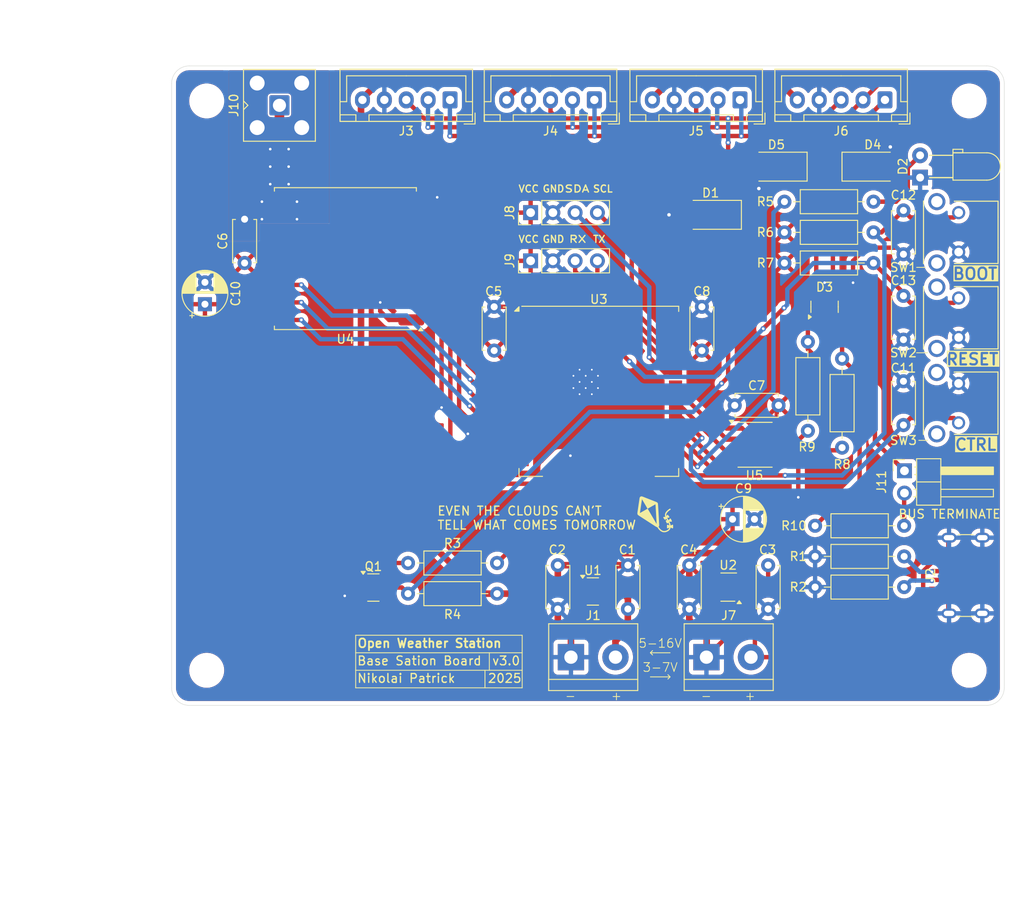
<source format=kicad_pcb>
(kicad_pcb (version 20241229) (generator "pcbnew") (generator_version "9.0")
  (layers (0 "F.Cu" signal) (2 "B.Cu" signal) (13 "F.Paste" user) (15 "B.Paste" user) (5 "F.SilkS" user "F.Silkscreen") (7 "B.SilkS" user "B.Silkscreen") (1 "F.Mask" user) (3 "B.Mask" user) (25 "Edge.Cuts" user))
  (net 0 "")
  (net 1 "+3.3V")
  (net 2 "GND")
  (net 3 "+5V")
  (net 4 "/BOOT")
  (net 5 "/ESP32_RESET")
  (net 6 "Net-(D2-A)")
  (net 7 "Net-(J2-CC1)")
  (net 8 "/SCL")
  (net 9 "/SDA")
  (net 10 "/ESP32_TX")
  (net 11 "/ESP32_RX")
  (net 12 "/LED_1")
  (net 13 "/BTN_1")
  (net 14 "/MOSI")
  (net 15 "/LORA_CS")
  (net 16 "/RS485_B")
  (net 17 "/RS485_A")
  (net 18 "Net-(J2-CC2)")
  (net 19 "/SCK")
  (net 20 "/MISO")
  (net 21 "Net-(J10-In)")
  (net 22 "Net-(J11-Pin_2)")
  (net 23 "Net-(U5-A)")
  (net 24 "/WAKEUP_EXT")
  (net 25 "Net-(U5-B)")
  (net 35 "/LORA_RESET")
  (net 38 "Net-(Q1-G)")
  (net 39 "/LORA_DIO2")
  (net 40 "/LORA_DIO1")
  (net 41 "/LORA_DIO0")
  (net 43 "/RS485_RE")
  (net 44 "/RS485_DE")
  (net 45 "/RS485_DI")
  (net 47 "/RS485_RO")
  (net 52 "/WAKEUP_IO")
  (net 53 "Net-(J1-Pin_2)")
  (footprint "Resistor_THT:R_Axial_DIN0207_L6.3mm_D2.5mm_P10.16mm_Horizontal" (layer "F.Cu") (at 140.23 75.62)
    (property "Reference" "R6")
    (property "Value" "10K")
  )
  (footprint "MountingHole:MountingHole_3.5mm" (layer "F.Cu") (at 161.31 125.62)
    (property "Reference" "H3" (hide yes))
    (property "Value" "Hole")
  )
  (footprint "Diode_SMD:D_SMA" (layer "F.Cu") (at 139.31 68.12 180)
    (property "Reference" "D5")
    (property "Value" "SMAJ5.0A")
  )
  (footprint "Capacitor_THT:C_Disc_D4.7mm_W2.5mm_P5.00mm" (layer "F.Cu") (at 138.3725 113.62 -90)
    (property "Reference" "C3")
    (property "Value" "1uF")
  )
  (footprint "Connector_JST:JST_XH_B5B-XH-A_1x05_P2.50mm_Vertical" (layer "F.Cu") (at 118.54 60.5 180)
    (property "Reference" "J4")
    (property "Value" "PORT2")
  )
  (footprint "RF_Module:ESP32-WROOM-32UE" (layer "F.Cu") (at 119.055 93.77)
    (property "Reference" "U3")
    (property "Value" "ESP32-WROOM-32UE")
  )
  (footprint "Connector_JST:JST_XH_B5B-XH-A_1x05_P2.50mm_Vertical" (layer "F.Cu") (at 151.7 60.5 180)
    (property "Reference" "J6")
    (property "Value" "PORT4")
  )
  (footprint "push_switch_90deg:SW_1-1825027-1" (layer "F.Cu") (at 160.1 95.12 90)
    (property "Reference" "SW3")
    (property "Value" "BTN_1")
  )
  (footprint "LOGO" (layer "F.Cu") (at 125.56 107.87)
    (property "Reference" "G***" (hide yes))
    (property "Value" "LOGO" (hide yes))
  )
  (footprint "Resistor_THT:R_Axial_DIN0207_L6.3mm_D2.5mm_P10.16mm_Horizontal" (layer "F.Cu") (at 140.23 79.12)
    (property "Reference" "R7")
    (property "Value" "10K")
  )
  (footprint "Resistor_THT:R_Axial_DIN0207_L6.3mm_D2.5mm_P10.16mm_Horizontal" (layer "F.Cu") (at 146.81 100.2 90)
    (property "Reference" "R8")
    (property "Value" "10R")
  )
  (footprint "Connector_JST:JST_XH_B5B-XH-A_1x05_P2.50mm_Vertical" (layer "F.Cu") (at 135.16 60.5 180)
    (property "Reference" "J5")
    (property "Value" "PORT3")
  )
  (footprint "Connector_JST:JST_XH_B5B-XH-A_1x05_P2.50mm_Vertical" (layer "F.Cu") (at 102.08 60.5 180)
    (property "Reference" "J3")
    (property "Value" "PORT1")
  )
  (footprint "RF_Module:HOPERF_RFM9XW_SMD" (layer "F.Cu") (at 90.135 78.62 180)
    (property "Reference" "U4")
    (property "Value" "~")
  )
  (footprint "Diode_SMD:D_SMA" (layer "F.Cu") (at 150.31 68.12)
    (property "Reference" "D4")
    (property "Value" "SMAJ5.0A")
  )
  (footprint "Package_TO_SOT_SMD:SOT-23-5_HandSoldering" (layer "F.Cu") (at 133.8725 116.12 180)
    (property "Reference" "U2")
    (property "Value" "STLQ015M33R")
  )
  (footprint "Resistor_THT:R_Axial_DIN0207_L6.3mm_D2.5mm_P10.16mm_Horizontal" (layer "F.Cu") (at 143.73 109.12)
    (property "Reference" "R10")
    (property "Value" "120R")
  )
  (footprint "Connector_PinHeader_2.54mm:PinHeader_1x04_P2.54mm_Vertical" (layer "F.Cu") (at 111.27 78.87 90)
    (property "Reference" "J9")
    (property "Value" "PROGRAM")
  )
  (footprint "Package_TO_SOT_SMD:SOT-23" (layer "F.Cu") (at 93.3275 116.17)
    (property "Reference" "Q1")
    (property "Value" "BSS138")
  )
  (footprint "Capacitor_THT:CP_Radial_D5.0mm_P2.50mm" (layer "F.Cu") (at 74.11 83.825113 90)
    (property "Reference" "C10")
    (property "Value" "10uF")
  )
  (footprint "MountingHole:MountingHole_3.5mm" (layer "F.Cu") (at 74.31 125.62)
    (property "Reference" "H2" (hide yes))
    (property "Value" "Hole")
  )
  (footprint "Connector_Coaxial:SMA_Amphenol_901-143_Horizontal" (layer "F.Cu") (at 82.61 61.12)
    (property "Reference" "J10")
    (property "Value" "ANTENNA")
  )
  (footprint "Resistor_THT:R_Axial_DIN0207_L6.3mm_D2.5mm_P10.16mm_Horizontal" (layer "F.Cu") (at 153.89 112.62 180)
    (property "Reference" "R1")
    (property "Value" "5K1")
  )
  (footprint "Capacitor_THT:C_Disc_D4.7mm_W2.5mm_P5.00mm" (layer "F.Cu") (at 78.635 79.12 90)
    (property "Reference" "C6")
    (property "Value" "0.1uF")
  )
  (footprint "Capacitor_THT:C_Disc_D4.7mm_W2.5mm_P5.00mm" (layer "F.Cu") (at 122.3725 118.62 90)
    (property "Reference" "C1")
    (property "Value" "1uF")
  )
  (footprint "Capacitor_THT:C_Disc_D4.7mm_W2.5mm_P5.00mm" (layer "F.Cu") (at 153.81 97.62 90)
    (property "Reference" "C11")
    (property "Value" "0.1uF")
  )
  (footprint "Capacitor_THT:C_Disc_D4.7mm_W2.5mm_P5.00mm" (layer "F.Cu") (at 153.81 82.87 -90)
    (property "Reference" "C13")
    (property "Value" "0.1uF")
  )
  (footprint "Diode_SMD:D_SMA" (layer "F.Cu") (at 131.81 73.62 180)
    (property "Reference" "D1")
    (property "Value" "SMAJ5.0A")
  )
  (footprint "Capacitor_THT:C_Disc_D4.7mm_W2.5mm_P5.00mm" (layer "F.Cu") (at 153.81 73.12 -90)
    (property "Reference" "C12")
    (property "Value" "0.1uF")
  )
  (footprint "Capacitor_THT:C_Disc_D4.7mm_W2.5mm_P5.00mm" (layer "F.Cu") (at 130.81 89.12 90)
    (property "Reference" "C8")
    (property "Value" "0.1uF")
  )
  (footprint "MountingHole:MountingHole_3.5mm" (layer "F.Cu") (at 161.31 60.62)
    (property "Reference" "H4" (hide yes))
    (property "Value" "Hole")
  )
  (footprint "Capacitor_THT:C_Disc_D4.7mm_W2.5mm_P5.00mm" (layer "F.Cu") (at 114.3725 113.62 -90)
    (property "Reference" "C2")
    (property "Value" "1uF")
  )
  (footprint "Resistor_THT:R_Axial_DIN0207_L6.3mm_D2.5mm_P10.16mm_Horizontal" (layer "F.Cu") (at 142.905 98.275 90)
    (property "Reference" "R9")
    (property "Value" "10R")
  )
  (footprint "push_switch_90deg:SW_1-1825027-1" (layer "F.Cu") (at 160.11 75.62 90)
    (property "Reference" "SW1")
    (property "Value" "BOOT")
  )
  (footprint "Resistor_THT:R_Axial_DIN0207_L6.3mm_D2.5mm_P10.16mm_Horizontal" (layer "F.Cu") (at 107.44 116.87 180)
    (property "Reference" "R4")
    (property "Value" "10k")
  )
  (footprint "Capacitor_THT:C_Disc_D4.7mm_W2.5mm_P5.00mm" (layer "F.Cu") (at 129.3725 113.62 -90)
    (property "Reference" "C4")
    (property "Value" "1uF")
  )
  (footprint "Connector_PinHeader_2.54mm:PinHeader_1x02_P2.54mm_Horizontal" (layer "F.Cu") (at 153.925 102.845)
    (property "Reference" "J11")
    (property "Value" "RS485_TERM")
  )
  (footprint "Resistor_THT:R_Axial_DIN0207_L6.3mm_D2.5mm_P10.16mm_Horizontal" (layer "F.Cu") (at 97.28 113.37)
    (property "Reference" "R3")
    (property "Value" "100R")
  )
  (footprint "Package_TO_SOT_SMD:SOT-23" (layer "F.Cu") (at 118.3725 116.62)
    (property "Reference" "U1")
    (property "Value" "MCP1703Ax-330xxTT")
  )
  (footprint "Capacitor_THT:CP_Radial_D5.0mm_P2.50mm" (layer "F.Cu") (at 134.31 108.37)
    (property "Reference" "C9")
    (property "Value" "10uF")
  )
  (footprint "MountingHole:MountingHole_3.5mm" (layer "F.Cu") (at 74.31 60.62)
    (property "Reference" "H1" (hide yes))
    (property "Value" "Hole")
  )
  (footprint "TerminalBlock:TerminalBlock_bornier-2_P5.08mm" (layer "F.Cu") (at 115.8725 124.12)
    (property "Reference" "J1")
    (property "Value" "5-16V")
  )
  (footprint "Capacitor_THT:C_Disc_D4.7mm_W2.5mm_P5.00mm" (layer "F.Cu") (at 107.11 89.12 90)
    (property "Reference" "C5")
    (property "Value" "0.1uF")
  )
  (footprint "TerminalBlock:TerminalBlock_bornier-2_P5.08mm" (layer "F.Cu") (at 131.3325 124.12)
    (property "Reference" "J7")
    (property "Value" "3.3-5V")
  )
  (footprint "Connector_USB:USB_C_Receptacle_GCT_USB4125-xx-x-0190_6P_TopMnt_Horizontal" (layer "F.Cu") (at 162.01 114.8 90)
    (property "Reference" "J2")
    (property "Value" "USB_PWR_IN")
  )
  (footprint "Connector_PinHeader_2.54mm:PinHeader_1x04_P2.54mm_Vertical" (layer "F.Cu") (at 111.27 73.37 90)
    (property "Reference" "J8")
    (property "Value" "I2C")
  )
  (footprint "Capacitor_THT:C_Disc_D4.7mm_W2.5mm_P5.00mm" (layer "F.Cu") (at 139.56 95.37 180)
    (property "Reference" "C7")
    (property "Value" "0.1uF")
  )
  (footprint "Package_SO:SOIC-8_3.9x4.9mm_P1.27mm" (layer "F.Cu") (at 136.88 99.87)
    (property "Reference" "U5")
    (property "Value" "SP3072EEN-L")
  )
  (footprint "Resistor_THT:R_Axial_DIN0207_L6.3mm_D2.5mm_P10.16mm_Horizontal" (layer "F.Cu") (at 140.23 72.12)
    (property "Reference" "R5")
    (property "Value" "1K")
  )
  (footprint "Resistor_THT:R_Axial_DIN0207_L6.3mm_D2.5mm_P10.16mm_Horizontal" (layer "F.Cu") (at 153.89 116.12 180)
    (property "Reference" "R2")
    (property "Value" "5K1")
  )
  (footprint "Package_TO_SOT_SMD:SOT-23" (layer "F.Cu") (at 144.81 84.12 90)
    (property "Reference" "D3")
    (property "Value" "SM712_SOT23")
  )
  (footprint "push_switch_90deg:SW_1-1825027-1" (layer "F.Cu") (at 160.11 85.37 90)
    (property "Reference" "SW2")
    (property "Value" "RESET")
  )
  (footprint "LED_THT:LED_D3.0mm_Horizontal_O3.81mm_Z2.0mm" (layer "F.Cu") (at 155.71 69.37 90)
    (property "Reference" "D2")
    (property "Value" "LED_1")
  )
  (gr_line (start 91.31 127.62) (end 110.31 127.62) (stroke (width 0.1)) (layer "F.SilkS"))
  (gr_line (start 155.56 99.37) (end 156.56 99.37) (stroke (width 0.1)) (layer "F.SilkS"))
  (gr_line (start 124.935 123.62) (end 125.185 123.37) (stroke (width 0.1)) (layer "F.SilkS"))
  (gr_line (start 124.935 123.62) (end 125.185 123.87) (stroke (width 0.1)) (layer "F.SilkS"))
  (gr_line (start 110.31 125.62) (end 91.31 125.62) (stroke (width 0.1)) (layer "F.SilkS"))
  (gr_line (start 127.185 123.62) (end 124.935 123.62) (stroke (width 0.1)) (layer "F.SilkS"))
  (gr_line (start 155.31 89.37) (end 156.56 89.37) (stroke (width 0.1)) (layer "F.SilkS"))
  (gr_line (start 110.31 121.62) (end 91.31 121.62) (stroke (width 0.1)) (layer "F.SilkS"))
  (gr_line (start 91.31 123.62) (end 110.31 123.62) (stroke (width 0.1)) (layer "F.SilkS"))
  (gr_line (start 91.31 121.62) (end 91.31 127.62) (stroke (width 0.1)) (layer "F.SilkS"))
  (gr_line (start 155.31 79.62) (end 156.31 79.62) (stroke (width 0.1)) (layer "F.SilkS"))
  (gr_line (start 106.06 127.62) (end 106.06 125.62) (stroke (width 0.1)) (layer "F.SilkS"))
  (gr_line (start 106.56 123.62) (end 106.56 125.62) (stroke (width 0.1)) (layer "F.SilkS"))
  (gr_line (start 110.31 127.62) (end 110.31 121.62) (stroke (width 0.1)) (layer "F.SilkS"))
  (gr_line (start 127.185 126.37) (end 126.935 126.62) (stroke (width 0.1)) (layer "F.SilkS"))
  (gr_line (start 126.935 126.12) (end 127.185 126.37) (stroke (width 0.1)) (layer "F.SilkS"))
  (gr_line (start 124.935 126.37) (end 127.185 126.37) (stroke (width 0.1)) (layer "F.SilkS"))
  (gr_arc (start 165.31 127.62) (mid 164.724214 129.034214) (end 163.31 129.62) (stroke (width 0.05)) (layer "Edge.Cuts"))
  (gr_arc (start 72.31 129.62) (mid 70.895786 129.034214) (end 70.31 127.62) (stroke (width 0.05)) (layer "Edge.Cuts"))
  (gr_line (start 72.31 56.62) (end 163.31 56.62) (stroke (width 0.05)) (layer "Edge.Cuts"))
  (gr_arc (start 70.31 58.62) (mid 70.895786 57.205786) (end 72.31 56.62) (stroke (width 0.05)) (layer "Edge.Cuts"))
  (gr_line (start 163.31 129.62) (end 72.31 129.62) (stroke (width 0.05)) (layer "Edge.Cuts"))
  (gr_line (start 70.31 127.62) (end 70.31 58.62) (stroke (width 0.05)) (layer "Edge.Cuts"))
  (gr_arc (start 163.31 56.62) (mid 164.724214 57.205786) (end 165.31 58.62) (stroke (width 0.05)) (layer "Edge.Cuts"))
  (gr_line (start 165.31 58.62) (end 165.31 127.62) (stroke (width 0.05)) (layer "Edge.Cuts"))
  (gr_text "BOOT" (at 159.31 81.12 0) (layer "F.SilkS" knockout) (effects (font (size 1.3 1.3) (thickness 0.25) (bold yes)) (justify left bottom)))
  (gr_text "-" (at 131.31 129.12 0) (layer "F.SilkS") (effects (font (size 1 1) (thickness 0.1)) (justify bottom)))
  (gr_text "VCC" (at 109.81 76.87 0) (layer "F.SilkS") (effects (font (size 0.8 0.8) (thickness 0.15) (bold yes)) (justify left bottom)))
  (gr_text "GND" (at 112.56 71.12 0) (layer "F.SilkS") (effects (font (size 0.8 0.8) (thickness 0.15) (bold yes)) (justify left bottom)))
  (gr_text "2025" (at 106.31 127.12 0) (layer "F.SilkS") (effects (font (size 1 1)) (justify left bottom)))
  (gr_text "CTRL" (at 159.56 100.62 0) (layer "F.SilkS" knockout) (effects (font (size 1.3 1.3) (thickness 0.25) (bold yes)) (justify left bottom)))
  (gr_text "Nikolai Patrick" (at 91.41 127.12 0) (layer "F.SilkS") (effects (font (size 1 1)) (justify left bottom)))
  (gr_text "GND" (at 112.56 76.87 0) (layer "F.SilkS") (effects (font (size 0.8 0.8) (thickness 0.15) (bold yes)) (justify left bottom)))
  (gr_text "BUS TERMINATE" (at 159.06 108.37 0) (layer "F.SilkS") (effects (font (size 1 1)) (justify bottom)))
  (gr_text "5-16V" (at 126.06 123.12 0) (layer "F.SilkS") (effects (font (size 1 1) (thickness 0.1)) (justify bottom)))
  (gr_text "+" (at 136.31 129.12 0) (layer "F.SilkS") (effects (font (size 1 1) (thickness 0.1)) (justify bottom)))
  (gr_text "-" (at 115.81 129.12 0) (layer "F.SilkS") (effects (font (size 1 1) (thickness 0.1)) (justify bottom)))
  (gr_text "SDA" (at 115.06 71.12 0) (layer "F.SilkS") (effects (font (size 0.8 1) (thickness 0.15) (bold yes)) (justify left bottom)))
  (gr_text "SCL\n" (at 118.31 71.12 0) (layer "F.SilkS") (effects (font (size 0.8 0.8) (thickness 0.15) (bold yes)) (justify left bottom)))
  (gr_text "Base Sation Board" (at 91.41 125.12 0) (layer "F.SilkS") (effects (font (size 1 1)) (justify left bottom)))
  (gr_text "TX" (at 118.31 76.87 0) (layer "F.SilkS") (effects (font (size 0.8 0.8) (thickness 0.15) (bold yes)) (justify left bottom)))
  (gr_text "Open Weather Station" (at 91.41 123.12 0) (layer "F.SilkS") (effects (font (size 1 1) (thickness 0.2) (bold yes)) (justify left bottom)))
  (gr_text "RX" (at 115.56 76.87 0) (layer "F.SilkS") (effects (font (size 0.8 1) (thickness 0.15) (bold yes)) (justify left bottom)))
  (gr_text "VCC" (at 109.81 71.12 0) (layer "F.SilkS") (effects (font (size 0.8 0.8) (thickness 0.15) (bold yes)) (justify left bottom)))
  (gr_text "v3.0" (at 106.81 125.12 0) (layer "F.SilkS") (effects (font (size 1 1)) (justify left bottom)))
  (gr_text "3-7V" (at 126.06 125.87 0) (layer "F.SilkS") (effects (font (size 1 1) (thickness 0.1)) (justify bottom)))
  (gr_text "EVEN THE CLOUDS CAN'T\nTELL WHAT COMES TOMORROW" (at 100.56 109.62 0) (layer "F.SilkS") (effects (font (size 1 1)) (justify left bottom)))
  (gr_text "+" (at 121.06 129.12 0) (layer "F.SilkS") (effects (font (size 1 1) (thickness 0.1)) (justify bottom)))
  (gr_text "RESET" (at 158.56 90.87 0) (layer "F.SilkS" knockout) (effects (font (size 1.3 1.3) (thickness 0.25) (bold yes)) (justify left bottom)))
  (segment (start 139.355 95.575) (end 139.56 95.37) (width 0.5) (layer "F.Cu") (net 1))
  (segment (start 129.3725 115.6325) (end 129.3725 113.92) (width 0.75) (layer "F.Cu") (net 1))
  (segment (start 129.3725 113.92) (end 129.3725 113.62) (width 0.5) (layer "F.Cu") (net 1))
  (segment (start 139.355 97.965) (end 139.355 95.575) (width 0.5) (layer "F.Cu") (net 1))
  (segment (start 130.81 117.07) (end 129.3725 115.6325) (width 0.75) (layer "F.Cu") (net 1))
  (segment (start 132.5225 117.07) (end 130.81 117.07) (width 0.75) (layer "F.Cu") (net 1))
  (segment (start 134.31 108.6825) (end 134.31 108.37) (width 0.5) (layer "B.Cu") (net 1))
  (segment (start 129.3725 113.62) (end 134.31 108.6825) (width 0.5) (layer "B.Cu") (net 1))
  (segment (start 107.11 84.12) (end 109.065 84.12) (width 0.5) (layer "F.Cu") (net 2))
  (segment (start 119.06 115.67) (end 121.11 113.62) (width 0.75) (layer "F.Cu") (net 2))
  (segment (start 114.508 101.12) (end 115.81 101.12) (width 0.5) (layer "F.Cu") (net 2))
  (segment (start 141.81 105.87) (end 141.81 102.525) (width 0.5) (layer "F.Cu") (net 2))
  (segment (start 129.81 73.62) (end 127.06 73.62) (width 1) (layer "F.Cu") (net 2))
  (segment (start 129.57 85.36) (end 130.81 84.12) (width 0.5) (layer "F.Cu") (net 2))
  (segment (start 135.2225 116.12) (end 134.442501 116.12) (width 0.5) (layer "F.Cu") (net 2))
  (segment (start 149.56 77.37) (end 148.06 78.87) (width 0.5) (layer "F.Cu") (net 2))
  (segment (start 109.065 84.12) (end 110.305 85.36) (width 0.5) (layer "F.Cu") (net 2))
  (segment (start 158.93 110.56) (end 159.01 110.48) (width 0.5) (layer "F.Cu") (net 2))
  (segment (start 158.93 117.55) (end 158.93 119.04) (width 0.5) (layer "F.Cu") (net 2))
  (segment (start 153.81 78.12) (end 153.06 77.37) (width 0.5) (layer "F.Cu") (net 2))
  (segment (start 137.31 68.12) (end 137.31 70.62) (width 1) (layer "F.Cu") (net 2))
  (segment (start 127.805 85.36) (end 129.57 85.36) (width 0.5) (layer "F.Cu") (net 2))
  (segment (start 148.06 78.87) (end 148.06 81.37) (width 0.5) (layer "F.Cu") (net 2))
  (segment (start 114.3725 118.62) (end 114.3725 120.1325) (width 0.75) (layer "F.Cu") (net 2))
  (segment (start 114.3725 120.1325) (end 115.8725 121.6325) (width 0.75) (layer "F.Cu") (net 2))
  (segment (start 121.11 113.62) (end 122.3725 113.62) (width 0.75) (layer "F.Cu") (net 2))
  (segment (start 152.31 68.12) (end 152.31 65.87) (width 1) (layer "F.Cu") (net 2))
  (segment (start 97.66 85.62) (end 95.11 85.62) (width 0.5) (layer "F.Cu") (net 2))
  (segment (start 113.34 103.12) (end 113.34 102.288) (width 0.5) (layer "F.Cu") (net 2))
  (segment (start 131.36 121.87) (end 131.36 124.0925) (width 0.75) (layer "F.Cu") (net 2))
  (segment (start 158.93 119.04) (end 159.01 119.12) (width 0.5) (layer "F.Cu") (net 2))
  (segment (start 129.3725 119.8825) (end 131.36 121.87) (width 0.75) (layer "F.Cu") (net 2))
  (segment (start 133.86 116.702501) (end 133.86 121.5925) (width 0.5) (layer "F.Cu") (net 2))
  (segment (start 97.66 71.62) (end 100.61 71.62) (width 0.5) (layer "F.Cu") (net 2))
  (segment (start 133.86 121.5925) (end 131.3325 124.12) (width 0.5) (layer "F.Cu") (net 2))
  (segment (start 141.06 101.775) (end 139.355 101.775) (width 0.5) (layer "F.Cu") (net 2))
  (segment (start 144.81 83.1825) (end 144.81 81.37) (width 0.5) (layer "F.Cu") (net 2))
  (segment (start 115.8725 121.6325) (end 115.8725 124.12) (width 0.75) (layer "F.Cu") (net 2))
  (segment (start 141.81 102.525) (end 141.06 101.775) (width 0.5) (layer "F.Cu") (net 2))
  (segment (start 95.11 85.62) (end 94.11 84.62) (width 0.5) (layer "F.Cu") (net 2))
  (segment (start 113.34 102.288) (end 114.508 101.12) (width 0.5) (layer "F.Cu") (net 2))
  (segment (start 131.36 124.0925) (end 131.3325 124.12) (width 0.75) (layer "F.Cu") (net 2))
  (segment (start 94.11 84.62) (end 94.11 83.62) (width 0.5) (layer "F.Cu") (net 2))
  (segment (start 158.93 112.05) (end 158.93 110.56) (width 0.5) (layer "F.Cu") (net 2))
  (segment (start 117.435 115.67) (end 119.06 115.67) (width 0.75) (layer "F.Cu") (net 2))
  (segment (start 134.442501 116.12) (end 133.86 116.702501) (width 0.5) (layer "F.Cu") (net 2))
  (segment (start 92.39 117.12) (end 90.06 117.12) (width 0.5) (layer "F.Cu") (net 2))
  (segment (start 129.3725 118.62) (end 129.3725 119.8825) (width 0.75) (layer "F.Cu") (net 2))
  (segment (start 153.06 77.37) (end 149.56 77.37) (width 0.5) (layer "F.Cu") (net 2))
  (via (at 100.61 71.62) (size 0.6) (drill 0.3) (layers "F.Cu" "B.Cu") (net 2))
  (via (at 84.61 72.12) (size 0.6) (drill 0.3) (layers "F.Cu" "B.Cu") (net 2))
  (via (at 94.11 83.62) (size 0.6) (drill 0.3) (layers "F.Cu" "B.Cu") (net 2))
  (via (at 152.31 65.87) (size 1.2) (drill 0.4) (layers "F.Cu" "B.Cu") (net 2))
  (via (at 83.66 66.12) (size 0.6) (drill 0.3) (layers "F.Cu" "B.Cu") (net 2))
  (via (at 141.81 105.87) (size 0.6) (drill 0.3) (layers "F.Cu" "B.Cu") (net 2))
  (via (at 127.06 73.62) (size 1.2) (drill 0.4) (layers "F.Cu" "B.Cu") (net 2))
  (via (at 90.06 117.12) (size 0.6) (drill 0.3) (layers "F.Cu" "B.Cu") (net 2))
  (via (at 144.81 81.37) (size 0.6) (drill 0.3) (layers "F.Cu" "B.Cu") (net 2))
  (via (at 81.56 68.12) (size 0.6) (drill 0.3) (layers "F.Cu" "B.Cu") (net 2))
  (via (at 137.31 70.62) (size 1.2) (drill 0.4) (layers "F.Cu" "B.Cu") (net 2))
  (via (at 115.81 101.12) (size 0.6) (drill 0.3) (layers "F.Cu" "B.Cu") (net 2))
  (via (at 81.56 70.12) (size 0.6) (drill 0.3) (layers "F.Cu" "B.Cu") (net 2))
  (via (at 80.61 74.12) (size 0.6) (drill 0.3) (layers "F.Cu" "B.Cu") (net 2))
  (via (at 148.06 81.37) (size 0.6) (drill 0.3) (layers "F.Cu" "B.Cu") (net 2))
  (via (at 84.61 74.12) (size 0.6) (drill 0.3) (layers "F.Cu" "B.Cu") (net 2))
  (via (at 81.56 66.12) (size 0.6) (drill 0.3) (layers "F.Cu" "B.Cu") (net 2))
  (via (at 83.66 70.12) (size 0.6) (drill 0.3) (layers "F.Cu" "B.Cu") (net 2))
  (via (at 80.61 72.12) (size 0.6) (drill 0.3) (layers "F.Cu" "B.Cu") (net 2))
  (via (at 83.66 68.12) (size 0.6) (drill 0.3) (layers "F.Cu" "B.Cu") (net 2))
  (segment (start 136.86 116.62) (end 138.3725 115.1075) (width 0.5) (layer "F.Cu") (net 3))
  (segment (start 138.3725 115.1075) (end 138.3725 113.62) (width 0.5) (layer "F.Cu") (net 3))
  (segment (start 157.087925 113.28) (end 156.06 114.307925) (width 0.5) (layer "F.Cu") (net 3))
  (segment (start 108.54 60.5) (end 108.54 60.34) (width 0.75) (layer "F.Cu") (net 3))
  (segment (start 117.716624 113.62) (end 119.092624 112.244) (width 0.75) (layer "F.Cu") (net 3))
  (segment (start 136.86 115.87) (end 136.16 115.17) (width 0.5) (layer "F.Cu") (net 3))
  (segment (start 136.16 115.17) (end 135.2225 115.17) (width 0.5) (layer "F.Cu") (net 3))
  (segment (start 105.61 116.87) (end 91.92 103.18) (width 0.75) (layer "F.Cu") (net 3))
  (segment (start 136.86 116.87) (end 136.86 116.62) (width 0.5) (layer "F.Cu") (net 3))
  (segment (start 114.3725 113.62) (end 117.716624 113.62) (width 0.75) (layer "F.Cu") (net 3))
  (segment (start 136.86 116.87) (end 136.86 115.87) (width 0.5) (layer "F.Cu") (net 3))
  (segment (start 119.092624 112.244) (end 132.2965 112.244) (width 0.75) (layer "F.Cu") (net 3))
  (segment (start 127.13 58.37) (end 139.57 58.37) (width 0.75) (layer "F.Cu") (net 3))
  (segment (start 156.06 117.12) (end 149.06 124.12) (width 0.5) (layer "F.Cu") (net 3))
  (segment (start 91.92 60.5) (end 94.05 58.37) (width 0.75) (layer "F.Cu") (net 3))
  (segment (start 114.3725 115.1075) (end 112.61 116.87) (width 0.75) (layer "F.Cu") (net 3))
  (segment (start 136.06 117.07) (end 136.86 117.87) (width 0.5) (layer "F.Cu") (net 3))
  (segment (start 139.57 58.37) (end 141.7 60.5) (width 0.75) (layer "F.Cu") (net 3))
  (segment (start 127.13 58.37) (end 110.51 58.37) (width 0.75) (layer "F.Cu") (net 3))
  (segment (start 91.92 103.18) (end 91.92 60.5) (width 0.75) (layer "F.Cu") (net 3))
  (segment (start 127.13 58.37) (end 126.546 58.954) (width 0.75) (layer "F.Cu") (net 3))
  (segment (start 136.86 117.87) (end 136.86 116.87) (width 0.5) (layer "F.Cu") (net 3))
  (segment (start 94.05 58.37) (end 110.51 58.37) (width 0.75) (layer "F.Cu") (net 3))
  (segment (start 117.435 117.57) (end 116.735 116.87) (width 0.75) (layer "F.Cu") (net 3))
  (segment (start 114.3725 113.62) (end 114.3725 115.1075) (width 0.75) (layer "F.Cu") (net 3))
  (segment (start 136.86 123.6725) (end 136.86 117.87) (width 0.5) (layer "F.Cu") (net 3))
  (segment (start 158.93 113.28) (end 157.087925 113.28) (width 0.5) (layer "F.Cu") (net 3))
  (segment (start 116.735 116.87) (end 112.61 116.87) (width 0.75) (layer "F.Cu") (net 3))
  (segment (start 135.2225 117.07) (end 136.06 117.07) (width 0.5) (layer "F.Cu") (net 3))
  (segment (start 156.86 116.32) (end 156.06 117.12) (width 0.5) (layer "F.Cu") (net 3))
  (segment (start 136.4125 124.12) (end 136.86 123.6725) (width 0.5) (layer "F.Cu") (net 3))
  (segment (start 126.546 58.954) (end 125 60.5) (width 0.75) (layer "F.Cu") (net 3))
  (segment (start 156.06 114.307925) (end 156.06 117.12) (width 0.5) (layer "F.Cu") (net 3))
  (segment (start 112.61 116.87) (end 105.61 116.87) (width 0.75) (layer "F.Cu") (net 3))
  (segment (start 108.54 60.34) (end 110.51 58.37) (width 0.75) (layer "F.Cu") (net 3))
  (segment (start 132.2965 112.244) (end 135.2225 115.17) (width 0.75) (layer "F.Cu") (net 3))
  (segment (start 149.06 124.12) (end 136.4125 124.12) (width 0.5) (layer "F.Cu") (net 3))
  (segment (start 158.93 116.32) (end 156.86 116.32) (width 0.5) (layer "F.Cu") (net 3))
  (segment (start 140.31 103.37) (end 129.305 103.37) (width 0.5) (layer "F.Cu") (net 4))
  (segment (start 159.560001 73.919999) (end 160.11 73.37) (width 0.5) (layer "F.Cu") (net 4))
  (segment (start 151.31 75.62) (end 153.81 73.12) (width 0.5) (layer "F.Cu") (net 4))
  (segment (start 153.81 73.12) (end 154.609999 73.919999) (width 0.5) (layer "F.Cu") (net 4))
  (segment (start 154.609999 73.919999) (end 159.560001 73.919999) (width 0.5) (layer "F.Cu") (net 4))
  (segment (start 129.305 103.37) (end 127.805 101.87) (width 0.5) (layer "F.Cu") (net 4))
  (segment (start 150.39 75.62) (end 151.31 75.62) (width 0.5) (layer "F.Cu") (net 4))
  (via (at 140.31 103.37) (size 0.6) (drill 0.3) (layers "F.Cu" "B.Cu") (net 4))
  (segment (start 146.81 103.37) (end 151.641 98.539) (width 0.5) (layer "B.Cu") (net 4))
  (segment (start 151.641 98.539) (end 151.641 76.871) (width 0.5) (layer "B.Cu") (net 4))
  (segment (start 151.641 76.871) (end 150.39 75.62) (width 0.5) (layer "B.Cu") (net 4))
  (segment (start 140.31 103.37) (end 146.81 103.37) (width 0.5) (layer "B.Cu") (net 4))
  (segment (start 153.81 82.54) (end 153.81 82.87) (width 0.5) (layer "F.Cu") (net 5))
  (segment (start 120.09 87.9) (end 110.305 87.9) (width 0.5) (layer "F.Cu") (net 5))
  (segment (start 122.56 90.37) (end 120.09 87.9) (width 0.5) (layer "F.Cu") (net 5))
  (segment (start 153.81 82.87) (end 154.609999 83.669999) (width 0.5) (layer "F.Cu") (net 5))
  (segment (start 140.185 84.245) (end 137.81 86.62) (width 0.5) (layer "F.Cu") (net 5))
  (segment (start 159.560001 83.669999) (end 160.11 83.12) (width 0.5) (layer "F.Cu") (net 5))
  (segment (start 154.609999 83.669999) (end 159.560001 83.669999) (width 0.5) (layer "F.Cu") (net 5))
  (segment (start 150.39 79.12) (end 153.81 82.54) (width 0.5) (layer "F.Cu") (net 5))
  (via (at 140.185 84.245) (size 0.6) (drill 0.3) (layers "F.Cu" "B.Cu") (net 5))
  (via (at 137.81 86.62) (size 0.6) (drill 0.3) (layers "F.Cu" "B.Cu") (net 5))
  (via (at 122.56 90.37) (size 0.6) (drill 0.3) (layers "F.Cu" "B.Cu") (net 5))
  (segment (start 140.56 83.87) (end 140.56 82.12) (width 0.5) (layer "B.Cu") (net 5))
  (segment (start 132.31 92.12) (end 124.31 92.12) (width 0.5) (layer "B.Cu") (net 5))
  (segment (start 140.185 84.245) (end 140.56 83.87) (width 0.5) (layer "B.Cu") (net 5))
  (segment (start 124.31 92.12) (end 122.56 90.37) (width 0.5) (layer "B.Cu") (net 5))
  (segment (start 137.81 86.62) (end 132.31 92.12) (width 0.5) (layer "B.Cu") (net 5))
  (segment (start 143.56 79.12) (end 150.39 79.12) (width 0.5) (layer "B.Cu") (net 5))
  (segment (start 140.56 82.12) (end 143.56 79.12) (width 0.5) (layer "B.Cu") (net 5))
  (segment (start 154.31 70.77) (end 154.31 68.23) (width 0.5) (layer "F.Cu") (net 6))
  (segment (start 152.96 72.12) (end 154.31 70.77) (width 0.5) (layer "F.Cu") (net 6))
  (segment (start 150.39 72.12) (end 152.96 72.12) (width 0.5) (layer "F.Cu") (net 6))
  (segment (start 155.68 66.83) (end 155.71 66.83) (width 0.5) (layer "F.Cu") (net 6))
  (segment (start 154.31 68.23) (end 155.71 66.83) (width 0.5) (layer "F.Cu") (net 6))
  (segment (start 157.13 115.3) (end 157.06 115.37) (width 0.5) (layer "F.Cu") (net 7))
  (segment (start 158.93 115.3) (end 157.13 115.3) (width 0.5) (layer "F.Cu") (net 7))
  (via (at 157.06 115.37) (size 0.6) (drill 0.3) (layers "F.Cu" "B.Cu") (net 7))
  (segment (start 157.06 115.37) (end 154.64 115.37) (width 0.5) (layer "B.Cu") (net 7))
  (segment (start 154.64 115.37) (end 153.89 116.12) (width 0.5) (layer "B.Cu") (net 7))
  (segment (start 126.433162 87.9) (end 127.805 87.9) (width 0.5) (layer "F.Cu") (net 8))
  (segment (start 122.81 77.29) (end 122.81 84.276838) (width 0.5) (layer "F.Cu") (net 8))
  (segment (start 122.81 84.276838) (end 126.433162 87.9) (width 0.5) (layer "F.Cu") (net 8))
  (segment (start 118.89 73.37) (end 122.81 77.29) (width 0.5) (layer "F.Cu") (net 8))
  (segment (start 126.56 91.62) (end 127.715 91.62) (width 0.5) (layer "F.Cu") (net 9))
  (segment (start 124.81 89.87) (end 126.56 91.62) (width 0.5) (layer "F.Cu") (net 9))
  (segment (start 127.715 91.62) (end 127.805 91.71) (width 0.5) (layer "F.Cu") (net 9))
  (segment (start 116.35 73.37) (end 116.35 73.41) (width 0.5) (layer "F.Cu") (net 9))
  (via (at 124.81 89.87) (size 0.6) (drill 0.3) (layers "F.Cu" "B.Cu") (net 9))
  (segment (start 124.81 81.87) (end 118.06 75.12) (width 0.5) (layer "B.Cu") (net 9))
  (segment (start 124.81 89.87) (end 124.81 81.87) (width 0.5) (layer "B.Cu") (net 9))
  (segment (start 118.06 75.08) (end 116.35 73.37) (width 0.5) (layer "B.Cu") (net 9))
  (segment (start 118.06 75.12) (end 118.06 75.08) (width 0.5) (layer "B.Cu") (net 9))
  (segment (start 118.89 81.50504) (end 118.89 78.87) (width 0.5) (layer "F.Cu") (net 10))
  (segment (start 126.61 89.17) (end 126.041 88.601) (width 0.5) (layer "F.Cu") (net 10))
  (segment (start 126.041 88.601) (end 125.98596 88.601) (width 0.5) (layer "F.Cu") (net 10))
  (segment (start 127.805 89.17) (end 126.61 89.17) (width 0.5) (layer "F.Cu") (net 10))
  (segment (start 125.98596 88.601) (end 118.89 81.50504) (width 0.5) (layer "F.Cu") (net 10))
  (segment (start 116.35 80.07208) (end 126.71792 90.44) (width 0.5) (layer "F.Cu") (net 11))
  (segment (start 116.35 78.87) (end 116.35 80.07208) (width 0.5) (layer "F.Cu") (net 11))
  (segment (start 126.71792 90.44) (end 127.805 90.44) (width 0.5) (layer "F.Cu") (net 11))
  (segment (start 127.805 100.6) (end 128.54 100.6) (width 0.5) (layer "F.Cu") (net 12))
  (segment (start 128.54 100.6) (end 130.31 102.37) (width 0.5) (layer "F.Cu") (net 12))
  (via (at 130.31 102.37) (size 0.6) (drill 0.3) (layers "F.Cu" "B.Cu") (net 12))
  (segment (start 138.979 73.371) (end 140.23 72.12) (width 0.5) (layer "B.Cu") (net 12))
  (segment (start 130.31 102.37) (end 138.979 93.701) (width 0.5) (layer "B.Cu") (net 12))
  (segment (start 138.979 93.701) (end 138.979 73.371) (width 0.5) (layer "B.Cu") (net 12))
  (segment (start 127.805 96.79) (end 128.488662 96.79) (width 0.5) (layer "F.Cu") (net 13))
  (segment (start 159.550001 96.820001) (end 160.1 97.37) (width 0.5) (layer "F.Cu") (net 13))
  (segment (start 153.81 97.62) (end 154.609999 96.820001) (width 0.5) (layer "F.Cu") (net 13))
  (segment (start 154.609999 96.820001) (end 159.550001 96.820001) (width 0.5) (layer "F.Cu") (net 13))
  (segment (start 128.488662 96.79) (end 130.814331 99.115669) (width 0.5) (layer "F.Cu") (net 13))
  (via (at 130.814331 99.115669) (size 0.6) (drill 0.3) (layers "F.Cu" "B.Cu") (net 13))
  (segment (start 130.998925 104.121) (end 147.309 104.121) (width 0.5) (layer "B.Cu") (net 13))
  (segment (start 129.56 102.682075) (end 130.998925 104.121) (width 0.5) (layer "B.Cu") (net 13))
  (segment (start 147.309 104.121) (end 153.81 97.62) (width 0.5) (layer "B.Cu") (net 13))
  (segment (start 129.56 100.37) (end 129.56 102.682075) (width 0.5) (layer "B.Cu") (net 13))
  (segment (start 130.814331 99.115669) (end 129.56 100.37) (width 0.5) (layer "B.Cu") (net 13))
  (segment (start 99.61 81.62) (end 102.11 84.12) (width 0.5) (layer "F.Cu") (net 14))
  (segment (start 106.11 104.321) (end 114.241 104.321) (width 0.5) (layer "F.Cu") (net 14))
  (segment (start 114.61 103.952) (end 114.61 103.12) (width 0.5) (layer "F.Cu") (net 14))
  (segment (start 102.11 100.321) (end 106.11 104.321) (width 0.5) (layer "F.Cu") (net 14))
  (segment (start 102.11 84.12) (end 102.11 100.321) (width 0.5) (layer "F.Cu") (net 14))
  (segment (start 97.66 81.62) (end 99.61 81.62) (width 0.5) (layer "F.Cu") (net 14))
  (segment (start 114.241 104.321) (end 114.61 103.952) (width 0.5) (layer "F.Cu") (net 14))
  (segment (start 104.11 83.05977) (end 104.11 90.708182) (width 0.5) (layer "F.Cu") (net 15))
  (segment (start 97.66 77.62) (end 98.67023 77.62) (width 0.5) (layer "F.Cu") (net 15))
  (segment (start 104.11 90.708182) (end 108.921818 95.52) (width 0.5) (layer "F.Cu") (net 15))
  (segment (start 108.921818 95.52) (end 110.305 95.52) (width 0.5) (layer "F.Cu") (net 15))
  (segment (start 98.67023 77.62) (end 104.11 83.05977) (width 0.5) (layer "F.Cu") (net 15))
  (segment (start 142.905 88.115) (end 142.905 88.964) (width 0.5) (layer "F.Cu") (net 16))
  (segment (start 142.905 88.964) (end 148.81 94.869) (width 0.5) (layer "F.Cu") (net 16))
  (segment (start 135.31 64.62) (end 118.56 64.62) (width 0.5) (layer "F.Cu") (net 16))
  (segment (start 147.58 64.62) (end 145.06 64.62) (width 0.5) (layer "F.Cu") (net 16))
  (segment (start 145.06 64.62) (end 135.31 64.62) (width 0.5) (layer "F.Cu") (net 16))
  (segment (start 142.905 86.0125) (end 143.86 85.0575) (width 0.5) (layer "F.Cu") (net 16))
  (segment (start 143.86 85.0575) (end 143.86 68.12) (width 0.5) (layer "F.Cu") (net 16))
  (segment (start 147.58 64.62) (end 151.7 60.5) (width 0.5) (layer "F.Cu") (net 16))
  (segment (start 143.86 65.8) (end 145.04 64.62) (width 0.5) (layer "F.Cu") (net 16))
  (segment (start 148.81 104.04) (end 143.73 109.12) (width 0.5) (layer "F.Cu") (net 16))
  (segment (start 118.56 64.62) (end 102.06 64.62) (width 0.5) (layer "F.Cu") (net 16))
  (segment (start 148.81 94.869) (end 148.81 104.04) (width 0.5) (layer "F.Cu") (net 16))
  (segment (start 145.04 64.62) (end 145.06 64.62) (width 0.5) (layer "F.Cu") (net 16))
  (segment (start 142.905 88.115) (end 142.905 86.0125) (width 0.5) (layer "F.Cu") (net 16))
  (segment (start 141.31 68.12) (end 143.86 68.12) (width 0.5) (layer "F.Cu") (net 16))
  (segment (start 143.86 68.12) (end 143.86 65.8) (width 0.5) (layer "F.Cu") (net 16))
  (via (at 102.06 64.62) (size 0.6) (drill 0.3) (layers "F.Cu" "B.Cu") (net 16))
  (via (at 118.56 64.62) (size 0.6) (drill 0.3) (layers "F.Cu" "B.Cu") (net 16))
  (via (at 135.31 64.62) (size 0.6) (drill 0.3) (layers "F.Cu" "B.Cu") (net 16))
  (segment (start 135.31 60.65) (end 135.16 60.5) (width 0.5) (layer "B.Cu") (net 16))
  (segment (start 102.06 64.62) (end 102.06 60.52) (width 0.5) (layer "B.Cu") (net 16))
  (segment (start 118.56 60.52) (end 118.54 60.5) (width 0.5) (layer "B.Cu") (net 16))
  (segment (start 118.56 64.62) (end 118.56 60.52) (width 0.5) (layer "B.Cu") (net 16))
  (segment (start 102.06 60.52) (end 102.08 60.5) (width 0.5) (layer "B.Cu") (net 16))
  (segment (start 135.31 64.62) (end 135.31 60.65) (width 0.5) (layer "B.Cu") (net 16))
  (segment (start 145.76 85.0575) (end 145.76 68.12) (width 0.5) (layer "F.Cu") (net 17))
  (segment (start 132.56 63.62) (end 146.08 63.62) (width 0.5) (layer "F.Cu") (net 17))
  (segment (start 150.56 99.48) (end 150.56 93.79) (width 0.5) (layer "F.Cu") (net 17))
  (segment (start 146.08 63.62) (end 149.2 60.5) (width 0.5) (layer "F.Cu") (net 17))
  (segment (start 153.31 59.12) (end 152.81 58.62) (width 0.5) (layer "F.Cu") (net 17))
  (segment (start 132.56 63.62) (end 116.06 63.62) (width 0.5) (layer "F.Cu") (net 17))
  (segment (start 146.81 86.1075) (end 145.76 85.0575) (width 0.5) (layer "F.Cu") (net 17))
  (segment (start 145.76 67.17) (end 147.06 65.87) (width 0.5) (layer "F.Cu") (net 17))
  (segment (start 150.56 93.79) (end 146.81 90.04) (width 0.5) (layer "F.Cu") (net 17))
  (segment (start 149.56 65.87) (end 153.31 62.12) (width 0.5) (layer "F.Cu") (net 17))
  (segment (start 148.31 68.12) (end 145.76 68.12) (width 0.5) (layer "F.Cu") (net 17))
  (segment (start 151.04 58.62) (end 151.04 58.66) (width 0.5) (layer "F.Cu") (net 17))
  (segment (start 153.31 62.12) (end 153.31 59.12) (width 0.5) (layer "F.Cu") (net 17))
  (segment (start 147.06 65.87) (end 149.56 65.87) (width 0.5) (layer "F.Cu") (net 17))
  (segment (start 153.925 102.845) (end 150.56 99.48) (width 0.5) (layer "F.Cu") (net 17))
  (segment (start 116.06 63.62) (end 99.56 63.62) (width 0.5) (layer "F.Cu") (net 17))
  (segment (start 152.81 58.62) (end 151.04 58.62) (width 0.5) (layer "F.Cu") (net 17))
  (segment (start 145.76 68.12) (end 145.76 67.17) (width 0.5) (layer "F.Cu") (net 17))
  (segment (start 151.04 58.66) (end 149.2 60.5) (width 0.5) (layer "F.Cu") (net 17))
  (segment (start 146.81 90.04) (end 146.81 86.1075) (width 0.5) (layer "F.Cu") (net 17))
  (via (at 116.06 63.62) (size 0.6) (drill 0.3) (layers "F.Cu" "B.Cu") (net 17))
  (via (at 99.56 63.62) (size 0.6) (drill 0.3) (layers "F.Cu" "B.Cu") (net 17))
  (via (at 132.56 63.62) (size 0.6) (drill 0.3) (layers "F.Cu" "B.Cu") (net 17))
  (segment (start 116.06 60.56) (end 116 60.5) (width 0.5) (layer "B.Cu") (net 17))
  (segment (start 116.06 63.62) (end 116.06 60.56) (width 0.5) (layer "B.Cu") (net 17))
  (segment (start 99.56 60.52) (end 99.54 60.5) (width 0.5) (layer "B.Cu") (net 17))
  (segment (start 132.56 63.62) (end 132.56 60.56) (width 0.5) (layer "B.Cu") (net 17))
  (segment (start 132.56 60.56) (end 132.62 60.5) (width 0.5) (layer "B.Cu") (net 17))
  (segment (start 99.56 63.62) (end 99.56 60.52) (width 0.5) (layer "B.Cu") (net 17))
  (segment (start 157.13 114.3) (end 157.06 114.37) (width 0.5) (layer "F.Cu") (net 18))
  (segment (start 158.93 114.3) (end 157.13 114.3) (width 0.5) (layer "F.Cu") (net 18))
  (via (at 157.06 114.37) (size 0.6) (drill 0.3) (layers "F.Cu" "B.Cu") (net 18))
  (segment (start 155.64 114.37) (end 153.89 112.62) (width 0.5) (layer "B.Cu") (net 18))
  (segment (start 157.06 114.37) (end 155.64 114.37) (width 0.5) (layer "B.Cu") (net 18))
  (segment (start 107.84 100.6) (end 103.11 95.87) (width 0.5) (layer "F.Cu") (net 19))
  (segment (start 103.11 95.87) (end 103.11 83.595) (width 0.5) (layer "F.Cu") (net 19))
  (segment (start 103.11 83.595) (end 99.135 79.62) (width 0.5) (layer "F.Cu") (net 19))
  (segment (start 110.305 100.6) (end 107.84 100.6) (width 0.5) (layer "F.Cu") (net 19))
  (segment (start 99.135 79.62) (end 97.66 79.62) (width 0.5) (layer "F.Cu") (net 19))
  (segment (start 107.36 101.87) (end 110.305 101.87) (width 0.5) (layer "F.Cu") (net 20))
  (segment (start 101.11 84.62) (end 100.11 83.62) (width 0.5) (layer "F.Cu") (net 20))
  (segment (start 109.773 101.87) (end 110.305 101.87) (width 0.2) (layer "F.Cu") (net 20))
  (segment (start 104.11 98.62) (end 107.36 101.87) (width 0.5) (layer "F.Cu") (net 20))
  (segment (start 100.11 83.62) (end 97.66 83.62) (width 0.5) (layer "F.Cu") (net 20))
  (segment (start 101.11 95.62) (end 101.11 84.62) (width 0.5) (layer "F.Cu") (net 20))
  (via (at 101.11 95.62) (size 0.6) (drill 0.3) (layers "F.Cu" "B.Cu") (net 20))
  (via (at 104.11 98.62) (size 0.6) (drill 0.3) (layers "F.Cu" "B.Cu") (net 20))
  (segment (start 101.11 95.62) (end 104.11 98.62) (width 0.5) (layer "B.Cu") (net 20))
  (segment (start 82.61 61.12) (end 82.61 71.62) (width 1.1) (layer "F.Cu") (net 21))
  (segment (start 153.89 109.12) (end 153.89 105.42) (width 0.5) (layer "F.Cu") (net 22))
  (segment (start 153.89 105.42) (end 153.925 105.385) (width 0.5) (layer "F.Cu") (net 22))
  (segment (start 139.355 100.505) (end 146.505 100.505) (width 0.5) (layer "F.Cu") (net 23))
  (segment (start 146.505 100.505) (end 146.81 100.2) (width 0.5) (layer "F.Cu") (net 23))
  (segment (start 133.81 73.62) (end 133.81 65.37) (width 0.5) (layer "F.Cu") (net 24))
  (segment (start 96.58 116.17) (end 97.28 116.87) (width 0.5) (layer "F.Cu") (net 24))
  (segment (start 97.08 60.5) (end 97.08 60.58) (width 0.5) (layer "F.Cu") (net 24))
  (segment (start 133.81 73.62) (end 133.81 92.12) (width 0.5) (layer "F.Cu") (net 24))
  (segment (start 97.08 60.58) (end 99.12 62.62) (width 0.5) (layer "F.Cu") (net 24))
  (segment (start 130.16 61.97) (end 130.81 62.62) (width 0.5) (layer "F.Cu") (net 24))
  (segment (start 130.81 62.62) (end 133.81 62.62) (width 0.5) (layer "F.Cu") (net 24))
  (segment (start 94.265 116.17) (end 96.58 116.17) (width 0.5) (layer "F.Cu") (net 24))
  (segment (start 99.12 62.62) (end 114.31 62.62) (width 0.5) (layer "F.Cu") (net 24))
  (segment (start 133.81 62.62) (end 144.58 62.62) (width 0.5) (layer "F.Cu") (net 24))
  (segment (start 144.58 62.62) (end 146.7 60.5) (width 0.5) (layer "F.Cu") (net 24))
  (segment (start 113.54 60.5) (end 113.54 61.85) (width 0.5) (layer "F.Cu") (net 24))
  (segment (start 113.54 61.85) (end 114.31 62.62) (width 0.5) (layer "F.Cu") (net 24))
  (segment (start 133.81 92.12) (end 133.06 92.87) (width 0.5) (layer "F.Cu") (net 24))
  (segment (start 114.31 62.62) (end 114.81 62.62) (width 0.5) (layer "F.Cu") (net 24))
  (segment (start 114.81 62.62) (end 130.81 62.62) (width 0.5) (layer "F.Cu") (net 24))
  (segment (start 130.16 60.5) (end 130.16 61.97) (width 0.5) (layer "F.Cu") (net 24))
  (via (at 133.81 65.37) (size 0.6) (drill 0.3) (layers "F.Cu" "B.Cu") (net 24))
  (via (at 133.06 92.87) (size 0.6) (drill 0.3) (layers "F.Cu" "B.Cu") (net 24))
  (via (at 133.81 62.62) (size 0.6) (drill 0.3) (layers "F.Cu" "B.Cu") (net 24))
  (segment (start 133.06 92.87) (end 129.81 96.12) (width 0.5) (layer "B.Cu") (net 24))
  (segment (start 118.03 96.12) (end 97.2475 116.9025) (width 0.5) (layer "B.Cu") (net 24))
  (segment (start 129.81 96.12) (end 118.03 96.12) (width 0.5) (layer "B.Cu") (net 24))
  (segment (start 133.81 65.37) (end 133.81 62.62) (width 0.5) (layer "B.Cu") (net 24))
  (segment (start 142.905 98.275) (end 141.945 99.235) (width 0.5) (layer "F.Cu") (net 25))
  (segment (start 141.945 99.235) (end 139.355 99.235) (width 0.5) (layer "F.Cu") (net 25))
  (segment (start 97.66 75.62) (end 98.221824 75.62) (width 0.5) (layer "F.Cu") (net 35))
  (segment (start 109.055 94.25) (end 110.305 94.25) (width 0.5) (layer "F.Cu") (net 35))
  (segment (start 98.221824 75.62) (end 105.11 82.508176) (width 0.5) (layer "F.Cu") (net 35))
  (segment (start 105.11 82.508176) (end 105.11 90.305) (width 0.5) (layer "F.Cu") (net 35))
  (segment (start 105.11 90.305) (end 109.055 94.25) (width 0.5) (layer "F.Cu") (net 35))
  (segment (start 94.24 113.37) (end 97.28 113.37) (width 0.5) (layer "F.Cu") (net 38))
  (segment (start 92.39 115.22) (end 94.24 113.37) (width 0.5) (layer "F.Cu") (net 38))
  (segment (start 108.195 99.33) (end 110.305 99.33) (width 0.5) (layer "F.Cu") (net 39))
  (segment (start 82.61 85.62) (end 85.11 85.62) (width 0.5) (layer "F.Cu") (net 39))
  (segment (start 104.2975 95.4325) (end 108.195 99.33) (width 0.5) (layer "F.Cu") (net 39))
  (via (at 85.11 85.62) (size 0.6) (drill 0.3) (layers "F.Cu" "B.Cu") (net 39))
  (via (at 104.2975 95.4325) (size 0.6) (drill 0.3) (layers "F.Cu" "B.Cu") (net 39))
  (segment (start 96.686 87.821) (end 87.311 87.821) (width 0.5) (layer "B.Cu") (net 39))
  (segment (start 87.311 87.821) (end 85.11 85.62) (width 0.5) (layer "B.Cu") (net 39))
  (segment (start 104.2975 95.4325) (end 96.686 87.821) (width 0.5) (layer "B.Cu") (net 39))
  (segment (start 82.61 83.62) (end 85.11 83.62) (width 0.5) (layer "F.Cu") (net 40))
  (segment (start 108.55 98.06) (end 110.305 98.06) (width 0.5) (layer "F.Cu") (net 40))
  (segment (start 104.36 93.87) (end 108.55 98.06) (width 0.5) (layer "F.Cu") (net 40))
  (via (at 85.11 83.62) (size 0.6) (drill 0.3) (layers "F.Cu" "B.Cu") (net 40))
  (via (at 104.36 93.87) (size 0.6) (drill 0.3) (layers "F.Cu" "B.Cu") (net 40))
  (segment (start 97.11 86.62) (end 88.11 86.62) (width 0.5) (layer "B.Cu") (net 40))
  (segment (start 104.36 93.87) (end 97.11 86.62) (width 0.5) (layer "B.Cu") (net 40))
  (segment (start 88.11 86.62) (end 85.11 83.62) (width 0.5) (layer "B.Cu") (net 40))
  (segment (start 104.36 92.37) (end 108.78 96.79) (width 0.5) (layer "F.Cu") (net 41))
  (segment (start 85.11 81.62) (end 82.61 81.62) (width 0.5) (layer "F.Cu") (net 41))
  (segment (start 108.78 96.79) (end 110.305 96.79) (width 0.5) (layer "F.Cu") (net 41))
  (via (at 85.11 81.62) (size 0.6) (drill 0.3) (layers "F.Cu" "B.Cu") (net 41))
  (via (at 104.36 92.37) (size 0.6) (drill 0.3) (layers "F.Cu" "B.Cu") (net 41))
  (segment (start 88.61 85.12) (end 85.11 81.62) (width 0.5) (layer "B.Cu") (net 41))
  (segment (start 104.36 92.37) (end 97.11 85.12) (width 0.5) (layer "B.Cu") (net 41))
  (segment (start 97.11 85.12) (end 88.61 85.12) (width 0.5) (layer "B.Cu") (net 41))
  (segment (start 134.405 99.235) (end 133.622 99.235) (width 0.5) (layer "F.Cu") (net 43))
  (segment (start 133.622 99.235) (end 128.637 94.25) (width 0.5) (layer "F.Cu") (net 43))
  (segment (start 128.637 94.25) (end 127.805 94.25) (width 0.5) (layer "F.Cu") (net 43))
  (segment (start 133.430001 100.505) (end 128.445001 95.52) (width 0.5) (layer "F.Cu") (net 44))
  (segment (start 128.445001 95.52) (end 127.805 95.52) (width 0.5) (layer "F.Cu") (net 44))
  (segment (start 134.405 100.505) (end 133.430001 100.505) (width 0.5) (layer "F.Cu") (net 44))
  (segment (start 134.405 101.775) (end 132.413 101.775) (width 0.5) (layer "F.Cu") (net 45))
  (segment (start 132.413 101.775) (end 128.698 98.06) (width 0.5) (layer "F.Cu") (net 45))
  (segment (start 128.698 98.06) (end 127.805 98.06) (width 0.5) (layer "F.Cu") (net 45))
  (segment (start 128.637 99.33) (end 127.805 99.33) (width 0.5) (layer "F.Cu") (net 47))
  (segment (start 131.927 102.62) (end 128.637 99.33) (width 0.5) (layer "F.Cu") (net 47))
  (segment (start 136.31 102.15955) (end 135.84955 102.62) (width 0.5) (layer "F.Cu") (net 47))
  (segment (start 135.379999 97.965) (end 136.31 98.895001) (width 0.5) (layer "F.Cu") (net 47))
  (segment (start 135.84955 102.62) (end 131.927 102.62) (width 0.5) (layer "F.Cu") (net 47))
  (segment (start 134.405 97.965) (end 135.379999 97.965) (width 0.5) (layer "F.Cu") (net 47))
  (segment (start 136.31 98.895001) (end 136.31 102.15955) (width 0.5) (layer "F.Cu") (net 47))
  (segment (start 109.3 111.51) (end 116.36 111.51) (width 0.5) (layer "F.Cu") (net 52))
  (segment (start 107.44 113.37) (end 109.3 111.51) (width 0.5) (layer "F.Cu") (net 52))
  (segment (start 116.36 111.51) (end 123.5 104.37) (width 0.5) (layer "F.Cu") (net 52))
  (segment (start 123.5 104.37) (end 123.5 103.12) (width 0.5) (layer "F.Cu") (net 52))
  (segment (start 122.3725 117.3825) (end 121.61 116.62) (width 0.75) (layer "F.Cu") (net 53))
  (segment (start 122.36 120.87) (end 122.36 118.6325) (width 0.75) (layer "F.Cu") (net 53))
  (segment (start 121.61 116.62) (end 119.31 116.62) (width 0.75) (layer "F.Cu") (net 53))
  (segment (start 122.3725 118.62) (end 122.3725 117.3825) (width 0.75) (layer "F.Cu") (net 53))
  (segment (start 120.9525 122.2775) (end 122.36 120.87) (width 0.75) (layer "F.Cu") (net 53))
  (segment (start 120.9525 124.12) (end 120.9525 122.2775) (width 0.75) (layer "F.Cu") (net 53))
  (segment (start 122.36 118.6325) (end 122.3725 118.62) (width 0.75) (layer "F.Cu") (net 53))
  (zone (net 2) (net_name "GND") (layer "F.Cu") (priority 2) (connect_pads yes (clearance 0.2)) (min_thickness 0.25) (fill yes (thermal_gap 0.5) (thermal_bridge_width 0.5))
    (polygon (pts (xy 76.81 56.62) (xy 88.31 56.62) (xy 88.31 74.62) (xy 80.31 74.62) (xy 80.31 76.62) (xy 76.81 76.62)))
  )
  (zone (net 1) (net_name "+3.3V") (layer "F.Cu") (priority 1) (connect_pads (clearance 0.5)) (min_thickness 0.25) (fill yes (thermal_gap 0.5) (thermal_bridge_width 0.5))
    (polygon (pts (xy 70.31 56.62) (xy 165.31 56.62) (xy 165.31 129.62) (xy 70.31 129.62)))
  )
  (zone (net 2) (net_name "GND") (layer "B.Cu") (connect_pads (clearance 0.5)) (min_thickness 0.25) (fill yes (thermal_gap 0.5) (thermal_bridge_width 0.5))
    (polygon (pts (xy 70.31 56.62) (xy 165.31 56.62) (xy 165.31 129.62) (xy 70.31 129.62)))
  )
  (zone (net 2) (net_name "GND") (layer "B.Cu") (priority 2) (connect_pads yes (clearance 0.2)) (min_thickness 0.25) (fill yes (thermal_gap 0.5) (thermal_bridge_width 0.5))
    (polygon (pts (xy 76.81 56.62) (xy 88.31 56.62) (xy 88.31 74.62) (xy 80.31 74.62) (xy 80.31 76.62) (xy 76.81 76.62)))
  )
)
</source>
